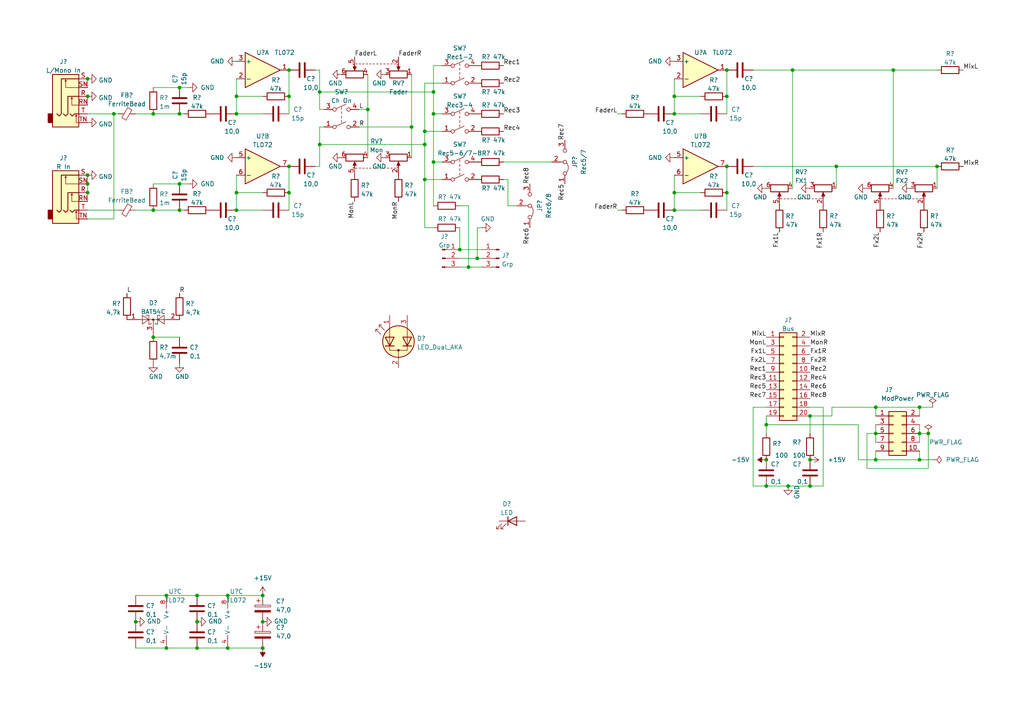
<source format=kicad_sch>
(kicad_sch (version 20211123) (generator eeschema)
  (paper "A4")
  (lib_symbols
    (symbol "Amplifier_Operational:TL072" (pin_names (offset 0.127))
      (property "Reference" "U" (at 0 5.08 0))
      (property "Value" "TL072" (at 0 -5.08 0))
      (symbol "TL072_1_1"
        (pin output line (at 7.62 0 180) (length 2.54) (name "~") (number "1"))
        (pin input line (at -7.62 -2.54 0) (length 2.54) (name "-") (number "2"))
        (pin input line (at -7.62 2.54 0) (length 2.54) (name "+") (number "3"))
      )
      (symbol "TL072_2_1"
        (pin input line (at -7.62 2.54 0) (length 2.54) (name "+") (number "5"))
        (pin input line (at -7.62 -2.54 0) (length 2.54) (name "-") (number "6"))
        (pin output line (at 7.62 0 180) (length 2.54) (name "~") (number "7"))
      )
      (symbol "TL072_3_1"
        (pin power_in line (at -2.54 -7.62 90) (length 3.81) (name "V-") (number "4"))
        (pin power_in line (at -2.54 7.62 270) (length 3.81) (name "V+") (number "8"))
      )
    )
    (symbol "Connector:AudioJack3_Switch"
      (property "Reference" "J" (at 0 11.43 0))
      (property "Value" "AudioJack3_Switch" (at 0 8.89 0))
      (symbol "AudioJack3_Switch_1_1"
        (pin passive line (at 5.08 0 180) (length 2.54) (name "~") (number "R"))
        (pin passive line (at 5.08 -2.54 180) (length 2.54) (name "~") (number "RN"))
        (pin passive line (at 5.08 5.08 180) (length 2.54) (name "~") (number "S"))
        (pin passive line (at 5.08 2.54 180) (length 2.54) (name "~") (number "SN"))
        (pin passive line (at 5.08 -5.08 180) (length 2.54) (name "~") (number "T"))
        (pin passive line (at 5.08 -7.62 180) (length 2.54) (name "~") (number "TN"))
      )
    )
    (symbol "Connector:Conn_01x03_Male" (pin_names (offset 1.016) hide)
      (property "Reference" "J" (at 0 5.08 0))
      (property "Value" "Conn_01x03_Male" (at 0 -5.08 0))
      (symbol "Conn_01x03_Male_1_1"
        (pin passive line (at 5.08 2.54 180) (length 3.81) (name "Pin_1") (number "1"))
        (pin passive line (at 5.08 0 180) (length 3.81) (name "Pin_2") (number "2"))
        (pin passive line (at 5.08 -2.54 180) (length 3.81) (name "Pin_3") (number "3"))
      )
    )
    (symbol "Connector_Generic:Conn_02x05_Odd_Even" (pin_names (offset 1.016) hide)
      (property "Reference" "J" (at 1.27 7.62 0))
      (property "Value" "Conn_02x05_Odd_Even" (at 1.27 -7.62 0))
      (symbol "Conn_02x05_Odd_Even_1_1"
        (pin passive line (at -5.08 5.08 0) (length 3.81) (name "Pin_1") (number "1"))
        (pin passive line (at 7.62 -5.08 180) (length 3.81) (name "Pin_10") (number "10"))
        (pin passive line (at 7.62 5.08 180) (length 3.81) (name "Pin_2") (number "2"))
        (pin passive line (at -5.08 2.54 0) (length 3.81) (name "Pin_3") (number "3"))
        (pin passive line (at 7.62 2.54 180) (length 3.81) (name "Pin_4") (number "4"))
        (pin passive line (at -5.08 0 0) (length 3.81) (name "Pin_5") (number "5"))
        (pin passive line (at 7.62 0 180) (length 3.81) (name "Pin_6") (number "6"))
        (pin passive line (at -5.08 -2.54 0) (length 3.81) (name "Pin_7") (number "7"))
        (pin passive line (at 7.62 -2.54 180) (length 3.81) (name "Pin_8") (number "8"))
        (pin passive line (at -5.08 -5.08 0) (length 3.81) (name "Pin_9") (number "9"))
      )
    )
    (symbol "Connector_Generic:Conn_02x10_Odd_Even" (pin_names (offset 1.016) hide)
      (property "Reference" "J" (at 1.27 12.7 0))
      (property "Value" "Conn_02x10_Odd_Even" (at 1.27 -15.24 0))
      (symbol "Conn_02x10_Odd_Even_1_1"
        (pin passive line (at -5.08 10.16 0) (length 3.81) (name "Pin_1") (number "1"))
        (pin passive line (at 7.62 0 180) (length 3.81) (name "Pin_10") (number "10"))
        (pin passive line (at -5.08 -2.54 0) (length 3.81) (name "Pin_11") (number "11"))
        (pin passive line (at 7.62 -2.54 180) (length 3.81) (name "Pin_12") (number "12"))
        (pin passive line (at -5.08 -5.08 0) (length 3.81) (name "Pin_13") (number "13"))
        (pin passive line (at 7.62 -5.08 180) (length 3.81) (name "Pin_14") (number "14"))
        (pin passive line (at -5.08 -7.62 0) (length 3.81) (name "Pin_15") (number "15"))
        (pin passive line (at 7.62 -7.62 180) (length 3.81) (name "Pin_16") (number "16"))
        (pin passive line (at -5.08 -10.16 0) (length 3.81) (name "Pin_17") (number "17"))
        (pin passive line (at 7.62 -10.16 180) (length 3.81) (name "Pin_18") (number "18"))
        (pin passive line (at -5.08 -12.7 0) (length 3.81) (name "Pin_19") (number "19"))
        (pin passive line (at 7.62 10.16 180) (length 3.81) (name "Pin_2") (number "2"))
        (pin passive line (at 7.62 -12.7 180) (length 3.81) (name "Pin_20") (number "20"))
        (pin passive line (at -5.08 7.62 0) (length 3.81) (name "Pin_3") (number "3"))
        (pin passive line (at 7.62 7.62 180) (length 3.81) (name "Pin_4") (number "4"))
        (pin passive line (at -5.08 5.08 0) (length 3.81) (name "Pin_5") (number "5"))
        (pin passive line (at 7.62 5.08 180) (length 3.81) (name "Pin_6") (number "6"))
        (pin passive line (at -5.08 2.54 0) (length 3.81) (name "Pin_7") (number "7"))
        (pin passive line (at 7.62 2.54 180) (length 3.81) (name "Pin_8") (number "8"))
        (pin passive line (at -5.08 0 0) (length 3.81) (name "Pin_9") (number "9"))
      )
    )
    (symbol "Device:C" (pin_numbers hide) (pin_names (offset 0.254))
      (property "Reference" "C" (at 0.635 2.54 0))
      (property "Value" "C" (at 0.635 -2.54 0))
      (symbol "C_1_1"
        (pin passive line (at 0 3.81 270) (length 2.794) (name "~") (number "1"))
        (pin passive line (at 0 -3.81 90) (length 2.794) (name "~") (number "2"))
      )
    )
    (symbol "Device:C_Polarized" (pin_numbers hide) (pin_names (offset 0.254))
      (property "Reference" "C" (at 0.635 2.54 0))
      (property "Value" "C_Polarized" (at 0.635 -2.54 0))
      (symbol "C_Polarized_1_1"
        (pin passive line (at 0 3.81 270) (length 2.794) (name "~") (number "1"))
        (pin passive line (at 0 -3.81 90) (length 2.794) (name "~") (number "2"))
      )
    )
    (symbol "Device:FerriteBead_Small" (pin_numbers hide) (pin_names (offset 0))
      (property "Reference" "FB" (at 1.905 1.27 0))
      (property "Value" "FerriteBead_Small" (at 1.905 -1.27 0))
      (symbol "FerriteBead_Small_1_1"
        (pin passive line (at 0 2.54 270) (length 1.27) (name "~") (number "1"))
        (pin passive line (at 0 -2.54 90) (length 1.27) (name "~") (number "2"))
      )
    )
    (symbol "Device:LED" (pin_numbers hide) (pin_names (offset 1.016) hide)
      (property "Reference" "D" (at 0 2.54 0))
      (property "Value" "LED" (at 0 -2.54 0))
      (symbol "LED_1_1"
        (pin passive line (at -3.81 0 0) (length 2.54) (name "K") (number "1"))
        (pin passive line (at 3.81 0 180) (length 2.54) (name "A") (number "2"))
      )
    )
    (symbol "Device:LED_Dual_AKA" (pin_names (offset 0) hide)
      (property "Reference" "D" (at 0 5.715 0))
      (property "Value" "LED_Dual_AKA" (at 0 -6.35 0))
      (symbol "LED_Dual_AKA_1_1"
        (pin input line (at 7.62 2.54 180) (length 3.81) (name "A1") (number "1"))
        (pin input line (at -7.62 0 0) (length 3.048) (name "K") (number "2"))
        (pin input line (at 7.62 -2.54 180) (length 3.81) (name "A2") (number "3"))
      )
    )
    (symbol "Device:R" (pin_numbers hide) (pin_names (offset 0))
      (property "Reference" "R" (at 2.032 0 90))
      (property "Value" "R" (at 0 0 90))
      (symbol "R_1_1"
        (pin passive line (at 0 3.81 270) (length 1.27) (name "~") (number "1"))
        (pin passive line (at 0 -3.81 90) (length 1.27) (name "~") (number "2"))
      )
    )
    (symbol "Device:R_Potentiometer_Dual" (pin_names (offset 1.016) hide)
      (property "Reference" "RV" (at 0 3.81 0))
      (property "Value" "R_Potentiometer_Dual" (at 0 1.905 0))
      (symbol "R_Potentiometer_Dual_1_1"
        (pin passive line (at -10.16 -2.54 0) (length 1.27) (name "1") (number "1"))
        (pin passive line (at -6.35 2.54 270) (length 2.54) (name "2") (number "2"))
        (pin passive line (at -2.54 -2.54 180) (length 1.27) (name "3") (number "3"))
        (pin passive line (at 2.54 -2.54 0) (length 1.27) (name "4") (number "4"))
        (pin passive line (at 6.35 2.54 270) (length 2.54) (name "5") (number "5"))
        (pin passive line (at 10.16 -2.54 180) (length 1.27) (name "6") (number "6"))
      )
    )
    (symbol "Diode:BAT54C" (pin_names (offset 1.016))
      (property "Reference" "D" (at 0.635 -3.81 0))
      (property "Value" "BAT54C" (at -6.35 3.175 0))
      (symbol "BAT54C_1_1"
        (pin passive line (at -7.62 0 0) (length 3.81) (name "~") (number "1"))
        (pin passive line (at 7.62 0 180) (length 3.81) (name "~") (number "2"))
        (pin passive line (at 0 -5.08 90) (length 5.08) (name "~") (number "3"))
      )
    )
    (symbol "Jumper:Jumper_3_Bridged12" (pin_names (offset 0) hide)
      (property "Reference" "JP" (at -2.54 -2.54 0))
      (property "Value" "Jumper_3_Bridged12" (at 0 2.794 0))
      (symbol "Jumper_3_Bridged12_1_1"
        (pin passive line (at -6.35 0 0) (length 2.54) (name "A") (number "1"))
        (pin passive line (at 0 -3.81 90) (length 2.54) (name "C") (number "2"))
        (pin passive line (at 6.35 0 180) (length 2.54) (name "B") (number "3"))
      )
    )
    (symbol "Switch:SW_DPST" (pin_names (offset 0) hide)
      (property "Reference" "SW" (at 0 5.08 0))
      (property "Value" "SW_DPST" (at 0 -5.08 0))
      (symbol "SW_DPST_1_1"
        (pin passive line (at -5.08 -2.54 0) (length 2.54) (name "1") (number "1"))
        (pin passive line (at 5.08 -2.54 180) (length 2.54) (name "2") (number "2"))
        (pin passive line (at -5.08 2.54 0) (length 2.54) (name "3") (number "3"))
        (pin passive line (at 5.08 2.54 180) (length 2.54) (name "4") (number "4"))
      )
    )
    (symbol "power:+15V" (power) (pin_names (offset 0))
      (property "Value" "+15V" (at 0 3.556 0))
      (symbol "+15V_1_1"
        (pin power_in line (at 0 0 90) (length 0) hide (name "+15V") (number "1"))
      )
    )
    (symbol "power:-15V" (power) (pin_names (offset 0))
      (property "Value" "-15V" (at 0 3.81 0))
      (symbol "-15V_0_0"
        (pin power_in line (at 0 0 90) (length 0) hide (name "-15V") (number "1"))
      )
    )
    (symbol "power:GND" (power) (pin_names (offset 0))
      (property "Value" "GND" (at 0 -3.81 0))
      (symbol "GND_1_1"
        (pin power_in line (at 0 0 270) (length 0) hide (name "GND") (number "1"))
      )
    )
    (symbol "power:PWR_FLAG" (power) (pin_numbers hide) (pin_names (offset 0) hide)
      (property "Value" "PWR_FLAG" (at 0 3.81 0))
      (symbol "PWR_FLAG_0_0"
        (pin power_out line (at 0 0 90) (length 0) (name "pwr") (number "1"))
      )
    )
  )
  (junction (at 68.58 27.94))
  (junction (at 123.19 52.07))
  (junction (at 68.58 55.88))
  (junction (at 138.43 74.93))
  (junction (at 83.82 48.26))
  (junction (at 254 133.35))
  (junction (at 68.58 60.96))
  (junction (at 210.82 27.94))
  (junction (at 222.25 133.35))
  (junction (at 25.4 50.8))
  (junction (at 57.15 180.34))
  (junction (at 125.73 26.67))
  (junction (at 234.95 120.65))
  (junction (at 92.71 26.67))
  (junction (at 210.82 48.26))
  (junction (at 133.35 72.39))
  (junction (at 195.58 27.94))
  (junction (at 125.73 46.99))
  (junction (at 229.87 20.32))
  (junction (at 92.71 41.91))
  (junction (at 44.45 97.79))
  (junction (at 52.07 33.02))
  (junction (at 76.2 180.34))
  (junction (at 48.26 187.96))
  (junction (at 68.58 33.02))
  (junction (at 125.73 33.02))
  (junction (at 210.82 55.88))
  (junction (at 195.58 60.96))
  (junction (at 266.7 125.73))
  (junction (at 254 118.11))
  (junction (at 269.24 125.73))
  (junction (at 57.15 187.96))
  (junction (at 259.08 20.32))
  (junction (at 195.58 55.88))
  (junction (at 119.38 36.83))
  (junction (at 52.07 60.96))
  (junction (at 25.4 27.94))
  (junction (at 271.78 48.26))
  (junction (at 195.58 33.02))
  (junction (at 234.95 133.35))
  (junction (at 135.89 77.47))
  (junction (at 83.82 55.88))
  (junction (at 266.7 133.35))
  (junction (at 48.26 172.72))
  (junction (at 222.25 140.97))
  (junction (at 52.07 53.34))
  (junction (at 123.19 38.1))
  (junction (at 57.15 172.72))
  (junction (at 266.7 118.11))
  (junction (at 242.57 48.26))
  (junction (at 44.45 33.02))
  (junction (at 52.07 25.4))
  (junction (at 106.68 31.75))
  (junction (at 25.4 22.86))
  (junction (at 44.45 60.96))
  (junction (at 66.04 172.72))
  (junction (at 254 125.73))
  (junction (at 123.19 41.91))
  (junction (at 76.2 172.72))
  (junction (at 83.82 27.94))
  (junction (at 222.25 123.19))
  (junction (at 39.37 180.34))
  (junction (at 66.04 187.96))
  (junction (at 234.95 140.97))
  (junction (at 33.02 33.02))
  (junction (at 228.6 140.97))
  (junction (at 25.4 55.88))
  (junction (at 210.82 20.32))
  (junction (at 83.82 20.32))
  (junction (at 76.2 187.96))
  (junction (at 25.4 53.34))
  (wire (pts (xy 133.35 59.69) (xy 135.89 59.69)))
  (wire (pts (xy 44.45 25.4) (xy 52.07 25.4)))
  (wire (pts (xy 147.32 52.07) (xy 146.05 52.07)))
  (wire (pts (xy 210.82 48.26) (xy 210.82 55.88)))
  (wire (pts (xy 133.35 77.47) (xy 135.89 77.47)))
  (wire (pts (xy 222.25 120.65) (xy 222.25 123.19)))
  (wire (pts (xy 76.2 27.94) (xy 68.58 27.94)))
  (wire (pts (xy 123.19 52.07) (xy 123.19 41.91)))
  (wire (pts (xy 229.87 54.61) (xy 229.87 20.32)))
  (wire (pts (xy 203.2 33.02) (xy 195.58 33.02)))
  (wire (pts (xy 266.7 118.11) (xy 270.51 118.11)))
  (wire (pts (xy 160.02 46.99) (xy 146.05 46.99)))
  (wire (pts (xy 83.82 27.94) (xy 83.82 33.02)))
  (wire (pts (xy 147.32 59.69) (xy 147.32 52.07)))
  (wire (pts (xy 128.27 24.13) (xy 123.19 24.13)))
  (wire (pts (xy 25.4 50.8) (xy 25.4 53.34)))
  (wire (pts (xy 92.71 20.32) (xy 92.71 26.67)))
  (wire (pts (xy 266.7 133.35) (xy 254 133.35)))
  (wire (pts (xy 92.71 36.83) (xy 92.71 41.91)))
  (wire (pts (xy 76.2 33.02) (xy 68.58 33.02)))
  (wire (pts (xy 125.73 46.99) (xy 125.73 33.02)))
  (wire (pts (xy 76.2 55.88) (xy 68.58 55.88)))
  (wire (pts (xy 210.82 20.32) (xy 210.82 27.94)))
  (wire (pts (xy 133.35 66.04) (xy 133.35 72.39)))
  (wire (pts (xy 238.76 140.97) (xy 234.95 140.97)))
  (wire (pts (xy 39.37 60.96) (xy 44.45 60.96)))
  (wire (pts (xy 52.07 25.4) (xy 54.61 25.4)))
  (wire (pts (xy 119.38 21.59) (xy 119.38 36.83)))
  (wire (pts (xy 76.2 60.96) (xy 68.58 60.96)))
  (wire (pts (xy 92.71 41.91) (xy 123.19 41.91)))
  (wire (pts (xy 195.58 55.88) (xy 195.58 50.8)))
  (wire (pts (xy 179.07 33.02) (xy 180.34 33.02)))
  (wire (pts (xy 119.38 36.83) (xy 104.14 36.83)))
  (wire (pts (xy 138.43 66.04) (xy 138.43 74.93)))
  (wire (pts (xy 125.73 33.02) (xy 128.27 33.02)))
  (wire (pts (xy 248.92 133.35) (xy 248.92 123.19)))
  (wire (pts (xy 92.71 26.67) (xy 92.71 31.75)))
  (wire (pts (xy 147.32 59.69) (xy 149.86 59.69)))
  (wire (pts (xy 269.24 135.89) (xy 251.46 135.89)))
  (wire (pts (xy 238.76 118.11) (xy 238.76 140.97)))
  (wire (pts (xy 92.71 31.75) (xy 93.98 31.75)))
  (wire (pts (xy 218.44 118.11) (xy 218.44 140.97)))
  (wire (pts (xy 68.58 27.94) (xy 68.58 22.86)))
  (wire (pts (xy 254 118.11) (xy 266.7 118.11)))
  (wire (pts (xy 91.44 20.32) (xy 92.71 20.32)))
  (wire (pts (xy 203.2 27.94) (xy 195.58 27.94)))
  (wire (pts (xy 92.71 26.67) (xy 125.73 26.67)))
  (wire (pts (xy 139.7 66.04) (xy 138.43 66.04)))
  (wire (pts (xy 34.29 33.02) (xy 33.02 33.02)))
  (wire (pts (xy 48.26 187.96) (xy 57.15 187.96)))
  (wire (pts (xy 222.25 123.19) (xy 222.25 125.73)))
  (wire (pts (xy 83.82 48.26) (xy 83.82 55.88)))
  (wire (pts (xy 52.07 60.96) (xy 53.34 60.96)))
  (wire (pts (xy 25.4 22.86) (xy 25.4 25.4)))
  (wire (pts (xy 254 133.35) (xy 248.92 133.35)))
  (wire (pts (xy 83.82 55.88) (xy 83.82 60.96)))
  (wire (pts (xy 218.44 48.26) (xy 242.57 48.26)))
  (wire (pts (xy 218.44 140.97) (xy 222.25 140.97)))
  (wire (pts (xy 39.37 172.72) (xy 48.26 172.72)))
  (wire (pts (xy 228.6 140.97) (xy 234.95 140.97)))
  (wire (pts (xy 133.35 72.39) (xy 139.7 72.39)))
  (wire (pts (xy 128.27 19.05) (xy 125.73 19.05)))
  (wire (pts (xy 33.02 63.5) (xy 33.02 33.02)))
  (wire (pts (xy 254 123.19) (xy 254 125.73)))
  (wire (pts (xy 68.58 60.96) (xy 68.58 55.88)))
  (wire (pts (xy 242.57 48.26) (xy 242.57 54.61)))
  (wire (pts (xy 57.15 187.96) (xy 66.04 187.96)))
  (wire (pts (xy 266.7 125.73) (xy 266.7 128.27)))
  (wire (pts (xy 106.68 31.75) (xy 104.14 31.75)))
  (wire (pts (xy 203.2 60.96) (xy 195.58 60.96)))
  (wire (pts (xy 133.35 74.93) (xy 138.43 74.93)))
  (wire (pts (xy 93.98 36.83) (xy 92.71 36.83)))
  (wire (pts (xy 195.58 60.96) (xy 195.58 55.88)))
  (wire (pts (xy 269.24 125.73) (xy 269.24 135.89)))
  (wire (pts (xy 251.46 125.73) (xy 254 125.73)))
  (wire (pts (xy 128.27 52.07) (xy 123.19 52.07)))
  (wire (pts (xy 125.73 46.99) (xy 125.73 59.69)))
  (wire (pts (xy 222.25 140.97) (xy 228.6 140.97)))
  (wire (pts (xy 248.92 123.19) (xy 222.25 123.19)))
  (wire (pts (xy 125.73 19.05) (xy 125.73 26.67)))
  (wire (pts (xy 119.38 45.72) (xy 119.38 36.83)))
  (wire (pts (xy 68.58 55.88) (xy 68.58 50.8)))
  (wire (pts (xy 259.08 20.32) (xy 271.78 20.32)))
  (wire (pts (xy 271.78 54.61) (xy 271.78 48.26)))
  (wire (pts (xy 266.7 130.81) (xy 266.7 133.35)))
  (wire (pts (xy 25.4 63.5) (xy 33.02 63.5)))
  (wire (pts (xy 125.73 26.67) (xy 125.73 33.02)))
  (wire (pts (xy 44.45 53.34) (xy 52.07 53.34)))
  (wire (pts (xy 222.25 118.11) (xy 218.44 118.11)))
  (wire (pts (xy 203.2 55.88) (xy 195.58 55.88)))
  (wire (pts (xy 25.4 55.88) (xy 25.4 58.42)))
  (wire (pts (xy 179.07 60.96) (xy 180.34 60.96)))
  (wire (pts (xy 106.68 21.59) (xy 106.68 31.75)))
  (wire (pts (xy 128.27 46.99) (xy 125.73 46.99)))
  (wire (pts (xy 83.82 20.32) (xy 83.82 27.94)))
  (wire (pts (xy 52.07 53.34) (xy 54.61 53.34)))
  (wire (pts (xy 66.04 172.72) (xy 76.2 172.72)))
  (wire (pts (xy 68.58 33.02) (xy 68.58 27.94)))
  (wire (pts (xy 210.82 55.88) (xy 210.82 60.96)))
  (wire (pts (xy 234.95 118.11) (xy 238.76 118.11)))
  (wire (pts (xy 39.37 33.02) (xy 44.45 33.02)))
  (wire (pts (xy 123.19 66.04) (xy 123.19 52.07)))
  (wire (pts (xy 92.71 41.91) (xy 92.71 48.26)))
  (wire (pts (xy 44.45 60.96) (xy 52.07 60.96)))
  (wire (pts (xy 135.89 77.47) (xy 139.7 77.47)))
  (wire (pts (xy 44.45 33.02) (xy 52.07 33.02)))
  (wire (pts (xy 25.4 60.96) (xy 34.29 60.96)))
  (wire (pts (xy 266.7 118.11) (xy 266.7 120.65)))
  (wire (pts (xy 241.3 120.65) (xy 234.95 120.65)))
  (wire (pts (xy 106.68 45.72) (xy 106.68 31.75)))
  (wire (pts (xy 195.58 27.94) (xy 195.58 22.86)))
  (wire (pts (xy 92.71 48.26) (xy 91.44 48.26)))
  (wire (pts (xy 123.19 24.13) (xy 123.19 38.1)))
  (wire (pts (xy 125.73 66.04) (xy 123.19 66.04)))
  (wire (pts (xy 251.46 135.89) (xy 251.46 125.73)))
  (wire (pts (xy 48.26 172.72) (xy 57.15 172.72)))
  (wire (pts (xy 135.89 59.69) (xy 135.89 77.47)))
  (wire (pts (xy 259.08 20.32) (xy 229.87 20.32)))
  (wire (pts (xy 259.08 54.61) (xy 259.08 20.32)))
  (wire (pts (xy 66.04 187.96) (xy 76.2 187.96)))
  (wire (pts (xy 241.3 118.11) (xy 254 118.11)))
  (wire (pts (xy 25.4 53.34) (xy 25.4 55.88)))
  (wire (pts (xy 195.58 33.02) (xy 195.58 27.94)))
  (wire (pts (xy 123.19 38.1) (xy 128.27 38.1)))
  (wire (pts (xy 241.3 118.11) (xy 241.3 120.65)))
  (wire (pts (xy 254 120.65) (xy 254 118.11)))
  (wire (pts (xy 266.7 123.19) (xy 266.7 125.73)))
  (wire (pts (xy 254 125.73) (xy 254 128.27)))
  (wire (pts (xy 25.4 27.94) (xy 25.4 30.48)))
  (wire (pts (xy 210.82 27.94) (xy 210.82 33.02)))
  (wire (pts (xy 138.43 74.93) (xy 139.7 74.93)))
  (wire (pts (xy 234.95 120.65) (xy 234.95 125.73)))
  (wire (pts (xy 25.4 33.02) (xy 33.02 33.02)))
  (wire (pts (xy 44.45 97.79) (xy 52.07 97.79)))
  (wire (pts (xy 266.7 125.73) (xy 269.24 125.73)))
  (wire (pts (xy 52.07 33.02) (xy 53.34 33.02)))
  (wire (pts (xy 254 133.35) (xy 254 130.81)))
  (wire (pts (xy 123.19 41.91) (xy 123.19 38.1)))
  (wire (pts (xy 266.7 133.35) (xy 270.51 133.35)))
  (wire (pts (xy 271.78 48.26) (xy 242.57 48.26)))
  (wire (pts (xy 39.37 187.96) (xy 48.26 187.96)))
  (wire (pts (xy 229.87 20.32) (xy 218.44 20.32)))
  (wire (pts (xy 57.15 172.72) (xy 66.04 172.72)))
  (label "Fx1L" (at 226.06 67.31 270))
  (label "Rec7" (at 222.25 115.57 180))
  (label "Rec5" (at 222.25 113.03 180))
  (label "Fx2R" (at 234.95 105.41 0))
  (label "Rec3" (at 146.05 33.02 0))
  (label "R" (at 104.14 36.83 0))
  (label "L" (at 36.83 85.09 0))
  (label "MixR" (at 234.95 97.79 0))
  (label "FaderL" (at 102.87 16.51 0))
  (label "R" (at 52.07 85.09 0))
  (label "MixR" (at 279.4 48.26 0))
  (label "Rec6" (at 234.95 113.03 0))
  (label "Rec1" (at 222.25 107.95 180))
  (label "Rec5" (at 163.83 53.34 270))
  (label "MonL" (at 102.87 58.42 270))
  (label "MonR" (at 234.95 100.33 0))
  (label "MixL" (at 222.25 97.79 180))
  (label "Fx2L" (at 222.25 105.41 180))
  (label "FaderR" (at 115.57 16.51 0))
  (label "Fx2L" (at 255.27 67.31 270))
  (label "Rec3" (at 222.25 110.49 180))
  (label "Rec8" (at 234.95 115.57 0))
  (label "Fx2R" (at 267.97 67.31 270))
  (label "Rec4" (at 146.05 38.1 0))
  (label "FaderR" (at 179.07 60.96 180))
  (label "Fx1L" (at 222.25 102.87 180))
  (label "Rec7" (at 163.83 40.64 90))
  (label "Rec1" (at 146.05 19.05 0))
  (label "MonR" (at 115.57 58.42 270))
  (label "Rec2" (at 146.05 24.13 0))
  (label "Rec2" (at 234.95 107.95 0))
  (label "Rec4" (at 234.95 110.49 0))
  (label "Rec6" (at 153.67 66.04 270))
  (label "Fx1R" (at 234.95 102.87 0))
  (label "L" (at 104.14 31.75 0))
  (label "Fx1R" (at 238.76 67.31 270))
  (label "FaderL" (at 179.07 33.02 180))
  (label "Rec8" (at 153.67 53.34 90))
  (label "MixL" (at 279.4 20.32 0))
  (label "MonL" (at 222.25 100.33 180))
  (symbol (lib_id "Device:C") (at 64.77 33.02 90) (unit 1)
    (property "Reference" "C?" (at 67.31 35.56 90))
    (property "Value" "10,0" (at 67.31 38.1 90))
    (property "Footprint" "Capacitor_SMD:C_0805_2012Metric_Pad1.18x1.45mm_HandSolder" (effects hide))
  )
  (symbol (lib_id "power:GND") (at 234.95 54.61 270) (unit 1)
    (property "Reference" "#PWR?" (effects hide))
    (property "Value" "GND" (at 231.14 57.15 90) (effects (justify left)))
  )
  (symbol (lib_id "Device:C") (at 64.77 60.96 90) (unit 1)
    (property "Reference" "C?" (at 67.31 63.5 90))
    (property "Value" "10,0" (at 67.31 66.04 90))
    (property "Footprint" "Capacitor_SMD:C_0805_2012Metric_Pad1.18x1.45mm_HandSolder" (effects hide))
  )
  (symbol (lib_id "Device:C") (at 39.37 176.53 180) (unit 1)
    (property "Reference" "C?" (at 42.291 175.6953 0) (effects (justify right)))
    (property "Value" "0,1" (at 42.291 178.2322 0) (effects (justify right)))
    (property "Footprint" "Capacitor_SMD:C_1206_3216Metric_Pad1.33x1.80mm_HandSolder" (effects hide))
  )
  (symbol (lib_id "power:GND") (at 99.06 45.72 270) (unit 1)
    (property "Reference" "#PWR?" (effects hide))
    (property "Value" "GND" (at 95.25 48.26 90) (effects (justify left)))
  )
  (symbol (lib_id "Device:C") (at 214.63 48.26 90) (unit 1)
    (property "Reference" "C?" (at 217.17 50.8 90))
    (property "Value" "10,0" (at 217.17 53.34 90))
    (property "Footprint" "Capacitor_SMD:C_1206_3216Metric_Pad1.33x1.80mm_HandSolder" (effects hide))
  )
  (symbol (lib_id "Device:R") (at 57.15 60.96 90) (unit 1)
    (property "Reference" "R?" (at 57.15 56.2442 90))
    (property "Value" "47k" (at 57.15 58.7811 90))
    (property "Footprint" "Resistor_SMD:R_1206_3216Metric_Pad1.30x1.75mm_HandSolder" (effects hide))
  )
  (symbol (lib_id "Device:R") (at 44.45 29.21 180) (unit 1)
    (property "Reference" "R?" (at 46.228 28.3753 0) (effects (justify right)))
    (property "Value" "1m" (at 46.228 30.9122 0) (effects (justify right)))
    (property "Footprint" "Resistor_SMD:R_1206_3216Metric_Pad1.30x1.75mm_HandSolder" (effects hide))
  )
  (symbol (lib_id "Device:R") (at 80.01 27.94 90) (unit 1)
    (property "Reference" "R?" (at 80.01 23.2242 90))
    (property "Value" "47k" (at 80.01 25.7611 90))
    (property "Footprint" "Resistor_SMD:R_1206_3216Metric_Pad1.30x1.75mm_HandSolder" (effects hide))
  )
  (symbol (lib_id "Amplifier_Operational:TL072") (at 203.2 48.26 0) (unit 2)
    (property "Reference" "U?" (at 203.2 39.4802 0))
    (property "Value" "TL072" (at 203.2 42.0171 0))
    (property "Footprint" "Package_DIP:DIP-8_W7.62mm_LongPads" (effects hide))
    (property "Datasheet" "http://www.ti.com/lit/ds/symlink/tl071.pdf" (effects hide))
  )
  (symbol (lib_id "Device:R_Potentiometer_Dual") (at 261.62 57.15 180) (unit 1)
    (property "Reference" "RV?" (at 261.62 49.8942 0))
    (property "Value" "FX2" (at 261.62 52.4311 0))
  )
  (symbol (lib_id "Device:R") (at 80.01 55.88 90) (unit 1)
    (property "Reference" "R?" (at 80.01 51.1642 90))
    (property "Value" "47k" (at 80.01 53.7011 90))
    (property "Footprint" "Resistor_SMD:R_1206_3216Metric_Pad1.30x1.75mm_HandSolder" (effects hide))
  )
  (symbol (lib_id "Device:R") (at 238.76 63.5 180) (unit 1)
    (property "Reference" "R?" (at 240.538 62.6653 0) (effects (justify right)))
    (property "Value" "47k" (at 240.538 65.2022 0) (effects (justify right)))
    (property "Footprint" "Resistor_SMD:R_1206_3216Metric_Pad1.30x1.75mm_HandSolder" (effects hide))
  )
  (symbol (lib_id "Device:R_Potentiometer_Dual") (at 109.22 48.26 180) (unit 1)
    (property "Reference" "RV?" (at 109.22 41.0042 0))
    (property "Value" "Mon" (at 109.22 43.5411 0))
  )
  (symbol (lib_id "power:PWR_FLAG") (at 270.51 118.11 0) (unit 1)
    (property "Reference" "#FLG?" (effects hide))
    (property "Value" "PWR_FLAG" (at 270.51 114.5342 0))
  )
  (symbol (lib_id "power:GND") (at 54.61 53.34 90) (unit 1)
    (property "Reference" "#PWR?" (effects hide))
    (property "Value" "GND" (at 62.23 53.34 90) (effects (justify left)))
  )
  (symbol (lib_id "power:GND") (at 76.2 180.34 90) (unit 1)
    (property "Reference" "#PWR?" (effects hide))
    (property "Value" "GND" (at 79.4512 180.213 90) (effects (justify right)))
  )
  (symbol (lib_id "power:GND") (at 52.07 105.41 0) (unit 1)
    (property "Reference" "#PWR?" (effects hide))
    (property "Value" "GND" (at 50.8 109.22 0) (effects (justify left)))
  )
  (symbol (lib_id "Device:C") (at 80.01 33.02 90) (unit 1)
    (property "Reference" "C?" (at 86.36 31.75 90))
    (property "Value" "15p" (at 86.36 34.29 90))
    (property "Footprint" "Capacitor_THT:C_Disc_D5.0mm_W2.5mm_P2.50mm" (effects hide))
  )
  (symbol (lib_id "power:GND") (at 111.76 45.72 270) (unit 1)
    (property "Reference" "#PWR?" (effects hide))
    (property "Value" "GND" (at 107.95 48.26 90) (effects (justify left)))
  )
  (symbol (lib_id "Device:R_Potentiometer_Dual") (at 109.22 19.05 0) (mirror y) (unit 1)
    (property "Reference" "RV?" (at 115.57 24.13 0))
    (property "Value" "Fader" (at 115.57 26.67 0))
  )
  (symbol (lib_id "power:GND") (at 195.58 45.72 270) (unit 1)
    (property "Reference" "#PWR?" (effects hide))
    (property "Value" "GND" (at 187.96 45.72 90) (effects (justify left)))
  )
  (symbol (lib_id "power:GND") (at 68.58 45.72 270) (unit 1)
    (property "Reference" "#PWR?" (effects hide))
    (property "Value" "GND" (at 60.96 45.72 90) (effects (justify left)))
  )
  (symbol (lib_id "Device:R") (at 129.54 59.69 270) (unit 1)
    (property "Reference" "R?" (at 128.27 57.15 90))
    (property "Value" "47k" (at 132.08 57.15 90))
    (property "Footprint" "Resistor_SMD:R_1206_3216Metric_Pad1.30x1.75mm_HandSolder" (effects hide))
  )
  (symbol (lib_id "Device:R") (at 184.15 60.96 90) (unit 1)
    (property "Reference" "R?" (at 184.15 56.2442 90))
    (property "Value" "47k" (at 184.15 58.7811 90))
    (property "Footprint" "Resistor_SMD:R_1206_3216Metric_Pad1.30x1.75mm_HandSolder" (effects hide))
  )
  (symbol (lib_id "Connector:AudioJack3_Switch") (at 20.32 55.88 0) (unit 1)
    (property "Reference" "J?" (at 18.415 45.8302 0))
    (property "Value" "R In" (at 18.415 48.3671 0))
    (property "Footprint" "Connector_Audio:Jack_6.35mm_Neutrik_NMJ6HCD2_Horizontal" (effects hide))
  )
  (symbol (lib_id "power:GND") (at 228.6 140.97 0) (unit 1)
    (property "Reference" "#PWR?" (effects hide))
    (property "Value" "GND" (at 231.14 144.78 90) (effects (justify left)))
  )
  (symbol (lib_id "Device:R") (at 142.24 33.02 270) (unit 1)
    (property "Reference" "R?" (at 140.97 30.48 90))
    (property "Value" "47k" (at 144.78 30.48 90))
    (property "Footprint" "Resistor_SMD:R_1206_3216Metric_Pad1.30x1.75mm_HandSolder" (effects hide))
  )
  (symbol (lib_id "Device:R") (at 44.45 101.6 180) (unit 1)
    (property "Reference" "R?" (at 46.228 100.7653 0) (effects (justify right)))
    (property "Value" "4,7m" (at 46.228 103.3022 0) (effects (justify right)))
    (property "Footprint" "Resistor_SMD:R_1206_3216Metric_Pad1.30x1.75mm_HandSolder" (effects hide))
  )
  (symbol (lib_id "power:PWR_FLAG") (at 270.51 133.35 270) (unit 1)
    (property "Reference" "#FLG?" (effects hide))
    (property "Value" "PWR_FLAG" (at 274.32 133.3499 90) (effects (justify left)))
  )
  (symbol (lib_id "Device:R") (at 44.45 57.15 180) (unit 1)
    (property "Reference" "R?" (at 46.228 56.3153 0) (effects (justify right)))
    (property "Value" "1m" (at 46.228 58.8522 0) (effects (justify right)))
    (property "Footprint" "Resistor_SMD:R_1206_3216Metric_Pad1.30x1.75mm_HandSolder" (effects hide))
  )
  (symbol (lib_id "power:GND") (at 111.76 21.59 270) (unit 1)
    (property "Reference" "#PWR?" (effects hide))
    (property "Value" "GND" (at 107.95 24.13 90) (effects (justify left)))
  )
  (symbol (lib_id "Device:R") (at 255.27 63.5 180) (unit 1)
    (property "Reference" "R?" (at 257.048 62.6653 0) (effects (justify right)))
    (property "Value" "47k" (at 257.048 65.2022 0) (effects (justify right)))
    (property "Footprint" "Resistor_SMD:R_1206_3216Metric_Pad1.30x1.75mm_HandSolder" (effects hide))
  )
  (symbol (lib_id "Device:C") (at 80.01 60.96 90) (unit 1)
    (property "Reference" "C?" (at 86.36 59.69 90))
    (property "Value" "15p" (at 86.36 62.23 90))
    (property "Footprint" "Capacitor_THT:C_Disc_D5.0mm_W2.5mm_P2.50mm" (effects hide))
  )
  (symbol (lib_id "Amplifier_Operational:TL072") (at 76.2 20.32 0) (unit 1)
    (property "Reference" "U?" (at 76.2 15.24 0))
    (property "Value" "TL072" (at 82.55 15.24 0))
    (property "Footprint" "Package_DIP:DIP-8_W7.62mm_LongPads" (effects hide))
    (property "Datasheet" "http://www.ti.com/lit/ds/symlink/tl071.pdf" (effects hide))
  )
  (symbol (lib_id "Device:C") (at 207.01 60.96 90) (unit 1)
    (property "Reference" "C?" (at 213.36 59.69 90))
    (property "Value" "15p" (at 213.36 62.23 90))
    (property "Footprint" "Capacitor_THT:C_Disc_D5.0mm_W2.5mm_P2.50mm" (effects hide))
  )
  (symbol (lib_id "Amplifier_Operational:TL072") (at 203.2 20.32 0) (unit 1)
    (property "Reference" "U?" (at 203.2 15.24 0))
    (property "Value" "TL072" (at 209.55 15.24 0))
    (property "Footprint" "Package_DIP:DIP-8_W7.62mm_LongPads" (effects hide))
    (property "Datasheet" "http://www.ti.com/lit/ds/symlink/tl071.pdf" (effects hide))
  )
  (symbol (lib_id "power:GND") (at 25.4 22.86 90) (unit 1)
    (property "Reference" "#PWR?" (effects hide))
    (property "Value" "GND" (at 28.575 23.2938 90) (effects (justify right)))
  )
  (symbol (lib_id "Device:C") (at 87.63 48.26 90) (unit 1)
    (property "Reference" "C?" (at 90.17 50.8 90))
    (property "Value" "10,0" (at 90.17 53.34 90))
    (property "Footprint" "Capacitor_SMD:C_1206_3216Metric_Pad1.33x1.80mm_HandSolder" (effects hide))
  )
  (symbol (lib_id "Device:R") (at 142.24 46.99 270) (unit 1)
    (property "Reference" "R?" (at 140.97 44.45 90))
    (property "Value" "47k" (at 144.78 44.45 90))
    (property "Footprint" "Resistor_SMD:R_1206_3216Metric_Pad1.30x1.75mm_HandSolder" (effects hide))
  )
  (symbol (lib_id "power:PWR_FLAG") (at 269.24 125.73 0) (unit 1)
    (property "Reference" "#FLG?" (effects hide))
    (property "Value" "PWR_FLAG" (at 274.32 128.27 0))
  )
  (symbol (lib_id "Switch:SW_DPST") (at 133.35 21.59 0) (unit 1)
    (property "Reference" "SW?" (at 133.35 13.9532 0))
    (property "Value" "Rec1-2" (at 133.35 16.4901 0))
  )
  (symbol (lib_id "power:-15V") (at 222.25 133.35 90) (unit 1)
    (property "Reference" "#PWR?" (effects hide))
    (property "Value" "-15V" (at 212.09 133.35 90) (effects (justify right)))
  )
  (symbol (lib_id "Device:R") (at 142.24 19.05 270) (unit 1)
    (property "Reference" "R?" (at 140.97 16.51 90))
    (property "Value" "47k" (at 144.78 16.51 90))
    (property "Footprint" "Resistor_SMD:R_1206_3216Metric_Pad1.30x1.75mm_HandSolder" (effects hide))
  )
  (symbol (lib_id "Device:LED_Dual_AKA") (at 115.57 99.06 90) (unit 1)
    (property "Reference" "D?" (at 120.904 98.1618 90) (effects (justify right)))
    (property "Value" "LED_Dual_AKA" (at 120.904 100.6987 90) (effects (justify right)))
  )
  (symbol (lib_id "Device:LED") (at 148.59 151.13 0) (unit 1)
    (property "Reference" "D?" (at 147.0025 146.1602 0))
    (property "Value" "LED" (at 147.0025 148.6971 0))
  )
  (symbol (lib_id "Amplifier_Operational:TL072") (at 76.2 48.26 0) (unit 2)
    (property "Reference" "U?" (at 76.2 39.4802 0))
    (property "Value" "TL072" (at 76.2 42.0171 0))
    (property "Footprint" "Package_DIP:DIP-8_W7.62mm_LongPads" (effects hide))
    (property "Datasheet" "http://www.ti.com/lit/ds/symlink/tl071.pdf" (effects hide))
  )
  (symbol (lib_id "power:+15V") (at 76.2 172.72 0) (unit 1)
    (property "Reference" "#PWR?" (effects hide))
    (property "Value" "+15V" (at 76.2 167.64 0))
  )
  (symbol (lib_id "Device:R") (at 207.01 55.88 90) (unit 1)
    (property "Reference" "R?" (at 207.01 51.1642 90))
    (property "Value" "47k" (at 207.01 53.7011 90))
    (property "Footprint" "Resistor_SMD:R_1206_3216Metric_Pad1.30x1.75mm_HandSolder" (effects hide))
  )
  (symbol (lib_id "Device:C") (at 207.01 33.02 90) (unit 1)
    (property "Reference" "C?" (at 213.36 31.75 90))
    (property "Value" "15p" (at 213.36 34.29 90))
    (property "Footprint" "Capacitor_THT:C_Disc_D5.0mm_W2.5mm_P2.50mm" (effects hide))
  )
  (symbol (lib_id "power:GND") (at 222.25 54.61 270) (unit 1)
    (property "Reference" "#PWR?" (effects hide))
    (property "Value" "GND" (at 218.44 57.15 90) (effects (justify left)))
  )
  (symbol (lib_id "Device:C") (at 57.15 184.15 180) (unit 1)
    (property "Reference" "C?" (at 60.071 183.3153 0) (effects (justify right)))
    (property "Value" "0,1" (at 60.071 185.8522 0) (effects (justify right)))
    (property "Footprint" "Capacitor_SMD:C_1206_3216Metric_Pad1.33x1.80mm_HandSolder" (effects hide))
  )
  (symbol (lib_id "power:GND") (at 139.7 66.04 90) (unit 1)
    (property "Reference" "#PWR?" (effects hide))
    (property "Value" "GND" (at 143.51 63.5 90) (effects (justify left)))
  )
  (symbol (lib_id "Connector_Generic:Conn_02x05_Odd_Even") (at 259.08 125.73 0) (unit 1)
    (property "Reference" "J?" (at 257.81 113.03 0))
    (property "Value" "ModPower" (at 260.35 115.57 0))
    (property "Footprint" "Connector_PinHeader_2.54mm:PinHeader_2x05_P2.54mm_Vertical" (effects hide))
  )
  (symbol (lib_id "Device:R") (at 226.06 63.5 180) (unit 1)
    (property "Reference" "R?" (at 227.838 62.6653 0) (effects (justify right)))
    (property "Value" "47k" (at 227.838 65.2022 0) (effects (justify right)))
    (property "Footprint" "Resistor_SMD:R_1206_3216Metric_Pad1.30x1.75mm_HandSolder" (effects hide))
  )
  (symbol (lib_id "power:GND") (at 68.58 17.78 270) (unit 1)
    (property "Reference" "#PWR?" (effects hide))
    (property "Value" "GND" (at 60.96 17.78 90) (effects (justify left)))
  )
  (symbol (lib_id "power:GND") (at 25.4 50.8 90) (unit 1)
    (property "Reference" "#PWR?" (effects hide))
    (property "Value" "GND" (at 28.575 51.2338 90) (effects (justify right)))
  )
  (symbol (lib_id "power:GND") (at 251.46 54.61 270) (unit 1)
    (property "Reference" "#PWR?" (effects hide))
    (property "Value" "GND" (at 247.65 57.15 90) (effects (justify left)))
  )
  (symbol (lib_id "Switch:SW_DPST") (at 133.35 49.53 0) (unit 1)
    (property "Reference" "SW?" (at 133.35 41.8932 0))
    (property "Value" "Rec5-6/7-8" (at 133.35 44.4301 0))
  )
  (symbol (lib_id "Device:R") (at 207.01 27.94 90) (unit 1)
    (property "Reference" "R?" (at 207.01 23.2242 90))
    (property "Value" "47k" (at 207.01 25.7611 90))
    (property "Footprint" "Resistor_SMD:R_1206_3216Metric_Pad1.30x1.75mm_HandSolder" (effects hide))
  )
  (symbol (lib_id "Jumper:Jumper_3_Bridged12") (at 153.67 59.69 270) (mirror x) (unit 1)
    (property "Reference" "JP?" (at 156.5646 59.69 0))
    (property "Value" "Rec6/8" (at 159.1015 59.69 0))
  )
  (symbol (lib_id "Device:FerriteBead_Small") (at 36.83 33.02 90) (unit 1)
    (property "Reference" "FB?" (at 36.7919 27.6184 90))
    (property "Value" "FerriteBead" (at 36.7919 30.1553 90))
  )
  (symbol (lib_id "power:+15V") (at 234.95 133.35 270) (unit 1)
    (property "Reference" "#PWR?" (effects hide))
    (property "Value" "+15V" (at 240.03 133.35 90) (effects (justify left)))
  )
  (symbol (lib_id "Device:C") (at 39.37 184.15 180) (unit 1)
    (property "Reference" "C?" (at 42.291 183.3153 0) (effects (justify right)))
    (property "Value" "0,1" (at 42.291 185.8522 0) (effects (justify right)))
    (property "Footprint" "Capacitor_SMD:C_1206_3216Metric_Pad1.33x1.80mm_HandSolder" (effects hide))
  )
  (symbol (lib_id "power:GND") (at 44.45 105.41 0) (unit 1)
    (property "Reference" "#PWR?" (effects hide))
    (property "Value" "GND" (at 43.18 109.22 0) (effects (justify left)))
  )
  (symbol (lib_id "Device:R") (at 102.87 54.61 180) (unit 1)
    (property "Reference" "R?" (at 104.648 53.7753 0) (effects (justify right)))
    (property "Value" "47k" (at 104.648 56.3122 0) (effects (justify right)))
    (property "Footprint" "Resistor_SMD:R_1206_3216Metric_Pad1.30x1.75mm_HandSolder" (effects hide))
  )
  (symbol (lib_id "Switch:SW_DPST") (at 133.35 35.56 0) (unit 1)
    (property "Reference" "SW?" (at 133.35 27.9232 0))
    (property "Value" "Rec3-4" (at 133.35 30.4601 0))
  )
  (symbol (lib_id "Switch:SW_DPST") (at 99.06 34.29 0) (unit 1)
    (property "Reference" "SW?" (at 99.06 26.6532 0))
    (property "Value" "Ch On" (at 99.06 29.1901 0))
  )
  (symbol (lib_id "Device:R") (at 234.95 129.54 180) (unit 1)
    (property "Reference" "R?" (at 229.87 128.27 0) (effects (justify right)))
    (property "Value" "100" (at 229.87 132.08 0) (effects (justify right)))
    (property "Footprint" "Resistor_SMD:R_1206_3216Metric_Pad1.30x1.75mm_HandSolder" (effects hide))
  )
  (symbol (lib_id "Connector:Conn_01x03_Male") (at 128.27 74.93 0) (unit 1)
    (property "Reference" "J?" (at 128.905 68.614 0))
    (property "Value" "Grp" (at 128.905 71.1509 0))
  )
  (symbol (lib_id "Device:C") (at 87.63 20.32 90) (unit 1)
    (property "Reference" "C?" (at 90.17 22.86 90))
    (property "Value" "10,0" (at 90.17 25.4 90))
    (property "Footprint" "Capacitor_SMD:C_1206_3216Metric_Pad1.33x1.80mm_HandSolder" (effects hide))
  )
  (symbol (lib_id "power:GND") (at 57.15 180.34 90) (unit 1)
    (property "Reference" "#PWR?" (effects hide))
    (property "Value" "GND" (at 60.4012 180.213 90) (effects (justify right)))
  )
  (symbol (lib_id "Connector_Generic:Conn_02x10_Odd_Even") (at 227.33 107.95 0) (unit 1)
    (property "Reference" "J?" (at 228.6 92.8202 0))
    (property "Value" "Bus" (at 228.6 95.3571 0))
  )
  (symbol (lib_id "Device:R") (at 275.59 48.26 270) (unit 1)
    (property "Reference" "R?" (at 275.59 43.5442 90))
    (property "Value" "47k" (at 275.59 46.0811 90))
    (property "Footprint" "Resistor_SMD:R_1206_3216Metric_Pad1.30x1.75mm_HandSolder" (effects hide))
  )
  (symbol (lib_id "Device:R_Potentiometer_Dual") (at 232.41 57.15 180) (unit 1)
    (property "Reference" "RV?" (at 232.41 49.8942 0))
    (property "Value" "FX1" (at 232.41 52.4311 0))
  )
  (symbol (lib_id "Device:C") (at 52.07 57.15 180) (unit 1)
    (property "Reference" "C?" (at 50.8 50.8 90))
    (property "Value" "15p" (at 53.34 50.8 90))
    (property "Footprint" "Capacitor_THT:C_Disc_D5.0mm_W2.5mm_P2.50mm" (effects hide))
  )
  (symbol (lib_id "Device:C") (at 214.63 20.32 90) (unit 1)
    (property "Reference" "C?" (at 217.17 22.86 90))
    (property "Value" "10,0" (at 217.17 25.4 90))
    (property "Footprint" "Capacitor_SMD:C_1206_3216Metric_Pad1.33x1.80mm_HandSolder" (effects hide))
  )
  (symbol (lib_id "Device:R") (at 57.15 33.02 90) (unit 1)
    (property "Reference" "R?" (at 57.15 28.3042 90))
    (property "Value" "47k" (at 57.15 30.8411 90))
    (property "Footprint" "Resistor_SMD:R_1206_3216Metric_Pad1.30x1.75mm_HandSolder" (effects hide))
  )
  (symbol (lib_id "power:GND") (at 99.06 21.59 270) (unit 1)
    (property "Reference" "#PWR?" (effects hide))
    (property "Value" "GND" (at 95.25 24.13 90) (effects (justify left)))
  )
  (symbol (lib_id "Device:C_Polarized") (at 76.2 184.15 0) (unit 1)
    (property "Reference" "C?" (at 80.01 181.9909 0) (effects (justify left)))
    (property "Value" "47,0" (at 80.01 184.5309 0) (effects (justify left)))
    (property "Footprint" "Capacitor_THT:CP_Radial_D6.3mm_P2.50mm" (effects hide))
  )
  (symbol (lib_id "power:GND") (at 25.4 35.56 90) (unit 1)
    (property "Reference" "#PWR?" (effects hide))
    (property "Value" "GND" (at 28.575 35.9938 90) (effects (justify right)))
  )
  (symbol (lib_id "power:GND") (at 39.37 180.34 90) (unit 1)
    (property "Reference" "#PWR?" (effects hide))
    (property "Value" "GND" (at 42.6212 180.213 90) (effects (justify right)))
  )
  (symbol (lib_id "Device:FerriteBead_Small") (at 36.83 60.96 90) (unit 1)
    (property "Reference" "FB?" (at 36.7919 55.5584 90))
    (property "Value" "FerriteBead" (at 36.7919 58.0953 90))
  )
  (symbol (lib_id "Jumper:Jumper_3_Bridged12") (at 163.83 46.99 270) (mirror x) (unit 1)
    (property "Reference" "JP?" (at 166.7246 46.99 0))
    (property "Value" "Rec5/7" (at 169.2615 46.99 0))
  )
  (symbol (lib_id "Device:R") (at 267.97 63.5 180) (unit 1)
    (property "Reference" "R?" (at 269.748 62.6653 0) (effects (justify right)))
    (property "Value" "47k" (at 269.748 65.2022 0) (effects (justify right)))
    (property "Footprint" "Resistor_SMD:R_1206_3216Metric_Pad1.30x1.75mm_HandSolder" (effects hide))
  )
  (symbol (lib_id "Device:R") (at 142.24 38.1 270) (unit 1)
    (property "Reference" "R?" (at 140.97 40.64 90))
    (property "Value" "47k" (at 144.78 40.64 90))
    (property "Footprint" "Resistor_SMD:R_1206_3216Metric_Pad1.30x1.75mm_HandSolder" (effects hide))
  )
  (symbol (lib_id "Device:C_Polarized") (at 76.2 176.53 0) (unit 1)
    (property "Reference" "C?" (at 80.01 174.3709 0) (effects (justify left)))
    (property "Value" "47,0" (at 80.01 176.9109 0) (effects (justify left)))
    (property "Footprint" "Capacitor_THT:CP_Radial_D6.3mm_P2.50mm" (effects hide))
  )
  (symbol (lib_id "Device:R") (at 222.25 129.54 180) (unit 1)
    (property "Reference" "R?" (at 224.028 128.7053 0) (effects (justify right)))
    (property "Value" "100" (at 224.79 132.08 0) (effects (justify right)))
    (property "Footprint" "Resistor_SMD:R_1206_3216Metric_Pad1.30x1.75mm_HandSolder" (effects hide))
  )
  (symbol (lib_id "power:GND") (at 264.16 54.61 270) (unit 1)
    (property "Reference" "#PWR?" (effects hide))
    (property "Value" "GND" (at 260.35 57.15 90) (effects (justify left)))
  )
  (symbol (lib_id "Device:R") (at 275.59 20.32 270) (unit 1)
    (property "Reference" "R?" (at 275.59 15.6042 90))
    (property "Value" "47k" (at 275.59 18.1411 90))
    (property "Footprint" "Resistor_SMD:R_1206_3216Metric_Pad1.30x1.75mm_HandSolder" (effects hide))
  )
  (symbol (lib_id "power:-15V") (at 76.2 187.96 180) (unit 1)
    (property "Reference" "#PWR?" (effects hide))
    (property "Value" "-15V" (at 76.2 193.04 0))
  )
  (symbol (lib_id "Device:C") (at 57.15 176.53 180) (unit 1)
    (property "Reference" "C?" (at 60.071 175.6953 0) (effects (justify right)))
    (property "Value" "0,1" (at 60.071 178.2322 0) (effects (justify right)))
    (property "Footprint" "Capacitor_SMD:C_1206_3216Metric_Pad1.33x1.80mm_HandSolder" (effects hide))
  )
  (symbol (lib_id "power:GND") (at 195.58 17.78 270) (unit 1)
    (property "Reference" "#PWR?" (effects hide))
    (property "Value" "GND" (at 187.96 17.78 90) (effects (justify left)))
  )
  (symbol (lib_id "power:GND") (at 25.4 27.94 90) (unit 1)
    (property "Reference" "#PWR?" (effects hide))
    (property "Value" "GND" (at 28.575 28.3738 90) (effects (justify right)))
  )
  (symbol (lib_id "Connector:AudioJack3_Switch") (at 20.32 27.94 0) (unit 1)
    (property "Reference" "J?" (at 18.415 17.8902 0))
    (property "Value" "L/Mono In" (at 18.415 20.4271 0))
    (property "Footprint" "Connector_Audio:Jack_6.35mm_Neutrik_NMJ6HCD2_Horizontal" (effects hide))
  )
  (symbol (lib_id "Device:R") (at 52.07 88.9 180) (unit 1)
    (property "Reference" "R?" (at 53.848 88.0653 0) (effects (justify right)))
    (property "Value" "4,7k" (at 53.848 90.6022 0) (effects (justify right)))
    (property "Footprint" "Resistor_SMD:R_1206_3216Metric_Pad1.30x1.75mm_HandSolder" (effects hide))
  )
  (symbol (lib_id "Diode:BAT54C") (at 44.45 92.71 0) (unit 1)
    (property "Reference" "D?" (at 44.45 87.8672 0))
    (property "Value" "BAT54C" (at 44.45 90.4041 0))
    (property "Footprint" "Package_TO_SOT_SMD:SOT-23" (effects hide))
    (property "Datasheet" "http://www.diodes.com/_files/datasheets/ds11005.pdf" (effects hide))
  )
  (symbol (lib_id "Device:R") (at 129.54 66.04 270) (unit 1)
    (property "Reference" "R?" (at 128.27 63.5 90))
    (property "Value" "47k" (at 132.08 63.5 90))
    (property "Footprint" "Resistor_SMD:R_1206_3216Metric_Pad1.30x1.75mm_HandSolder" (effects hide))
  )
  (symbol (lib_id "Device:C") (at 191.77 33.02 90) (unit 1)
    (property "Reference" "C?" (at 194.31 35.56 90))
    (property "Value" "10,0" (at 194.31 38.1 90))
    (property "Footprint" "Capacitor_SMD:C_0805_2012Metric_Pad1.18x1.45mm_HandSolder" (effects hide))
  )
  (symbol (lib_id "Device:C") (at 234.95 137.16 180) (unit 1)
    (property "Reference" "C?" (at 229.87 134.62 0) (effects (justify right)))
    (property "Value" "0,1" (at 231.14 139.7 0) (effects (justify right)))
    (property "Footprint" "Capacitor_SMD:C_1206_3216Metric_Pad1.33x1.80mm_HandSolder" (effects hide))
  )
  (symbol (lib_id "Device:C") (at 52.07 29.21 180) (unit 1)
    (property "Reference" "C?" (at 50.8 22.86 90))
    (property "Value" "15p" (at 53.34 22.86 90))
    (property "Footprint" "Capacitor_THT:C_Disc_D5.0mm_W2.5mm_P2.50mm" (effects hide))
  )
  (symbol (lib_id "Connector:Conn_01x03_Male") (at 144.78 74.93 0) (mirror y) (unit 1)
    (property "Reference" "J?" (at 145.4912 74.0953 0) (effects (justify right)))
    (property "Value" "Grp" (at 145.4912 76.6322 0) (effects (justify right)))
  )
  (symbol (lib_id "Device:C") (at 222.25 137.16 180) (unit 1)
    (property "Reference" "C?" (at 223.52 134.62 0) (effects (justify right)))
    (property "Value" "0,1" (at 223.52 139.7 0) (effects (justify right)))
    (property "Footprint" "Capacitor_SMD:C_1206_3216Metric_Pad1.33x1.80mm_HandSolder" (effects hide))
  )
  (symbol (lib_id "power:GND") (at 54.61 25.4 90) (unit 1)
    (property "Reference" "#PWR?" (effects hide))
    (property "Value" "GND" (at 62.23 25.4 90) (effects (justify left)))
  )
  (symbol (lib_id "Device:R") (at 36.83 88.9 0) (mirror x) (unit 1)
    (property "Reference" "R?" (at 35.0521 88.0653 0) (effects (justify right)))
    (property "Value" "4,7k" (at 35.0521 90.6022 0) (effects (justify right)))
    (property "Footprint" "Resistor_SMD:R_1206_3216Metric_Pad1.30x1.75mm_HandSolder" (effects hide))
  )
  (symbol (lib_id "Device:C") (at 191.77 60.96 90) (unit 1)
    (property "Reference" "C?" (at 194.31 63.5 90))
    (property "Value" "10,0" (at 194.31 66.04 90))
    (property "Footprint" "Capacitor_SMD:C_0805_2012Metric_Pad1.18x1.45mm_HandSolder" (effects hide))
  )
  (symbol (lib_id "Device:R") (at 115.57 54.61 180) (unit 1)
    (property "Reference" "R?" (at 117.348 53.7753 0) (effects (justify right)))
    (property "Value" "47k" (at 117.348 56.3122 0) (effects (justify right)))
    (property "Footprint" "Resistor_SMD:R_1206_3216Metric_Pad1.30x1.75mm_HandSolder" (effects hide))
  )
  (symbol (lib_id "Device:R") (at 184.15 33.02 90) (unit 1)
    (property "Reference" "R?" (at 184.15 28.3042 90))
    (property "Value" "47k" (at 184.15 30.8411 90))
    (property "Footprint" "Resistor_SMD:R_1206_3216Metric_Pad1.30x1.75mm_HandSolder" (effects hide))
  )
  (symbol (lib_id "Device:R") (at 142.24 52.07 270) (unit 1)
    (property "Reference" "R?" (at 140.97 54.61 90))
    (property "Value" "47k" (at 144.78 54.61 90))
    (property "Footprint" "Resistor_SMD:R_1206_3216Metric_Pad1.30x1.75mm_HandSolder" (effects hide))
  )
  (symbol (lib_id "Amplifier_Operational:TL072") (at 50.8 180.34 0) (unit 3)
    (property "Reference" "U?" (at 50.8 171.5602 0))
    (property "Value" "TL072" (at 50.8 174.0971 0))
    (property "Footprint" "Package_DIP:DIP-8_W7.62mm_LongPads" (effects hide))
    (property "Datasheet" "http://www.ti.com/lit/ds/symlink/tl071.pdf" (effects hide))
  )
  (symbol (lib_id "Amplifier_Operational:TL072") (at 68.58 180.34 0) (unit 3)
    (property "Reference" "U?" (at 68.58 171.5602 0))
    (property "Value" "TL072" (at 68.58 174.0971 0))
    (property "Footprint" "Package_DIP:DIP-8_W7.62mm_LongPads" (effects hide))
    (property "Datasheet" "http://www.ti.com/lit/ds/symlink/tl071.pdf" (effects hide))
  )
  (symbol (lib_id "Device:R") (at 142.24 24.13 270) (unit 1)
    (property "Reference" "R?" (at 140.97 26.67 90))
    (property "Value" "47k" (at 144.78 26.67 90))
    (property "Footprint" "Resistor_SMD:R_1206_3216Metric_Pad1.30x1.75mm_HandSolder" (effects hide))
  )
  (symbol (lib_id "Device:C") (at 52.07 101.6 180) (unit 1)
    (property "Reference" "C?" (at 54.991 100.7653 0) (effects (justify right)))
    (property "Value" "0,1" (at 54.991 103.3022 0) (effects (justify right)))
    (property "Footprint" "Capacitor_SMD:C_1206_3216Metric_Pad1.33x1.80mm_HandSolder" (effects hide))
  )
)
</source>
